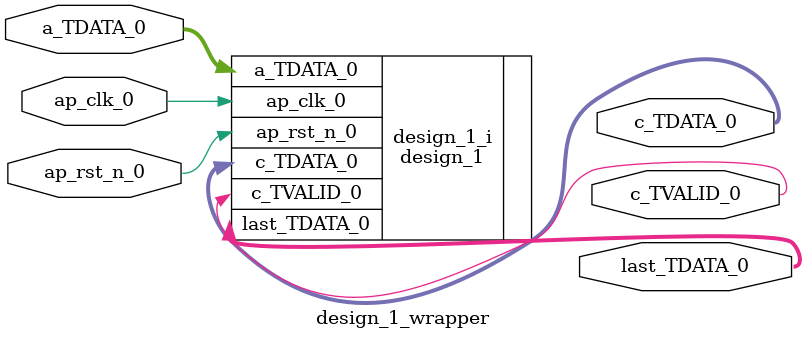
<source format=v>
`timescale 1 ps / 1 ps

module design_1_wrapper
   (a_TDATA_0,
    ap_clk_0,
    ap_rst_n_0,
    c_TDATA_0,
    c_TVALID_0,
    last_TDATA_0);
  input [7:0]a_TDATA_0;
  input ap_clk_0;
  input ap_rst_n_0;
  output [7:0]c_TDATA_0;
  output c_TVALID_0;
  output [7:0]last_TDATA_0;

  wire [7:0]a_TDATA_0;
  wire ap_clk_0;
  wire ap_rst_n_0;
  wire [7:0]c_TDATA_0;
  wire c_TVALID_0;
  wire [7:0]last_TDATA_0;

  design_1 design_1_i
       (.a_TDATA_0(a_TDATA_0),
        .ap_clk_0(ap_clk_0),
        .ap_rst_n_0(ap_rst_n_0),
        .c_TDATA_0(c_TDATA_0),
        .c_TVALID_0(c_TVALID_0),
        .last_TDATA_0(last_TDATA_0));
endmodule

</source>
